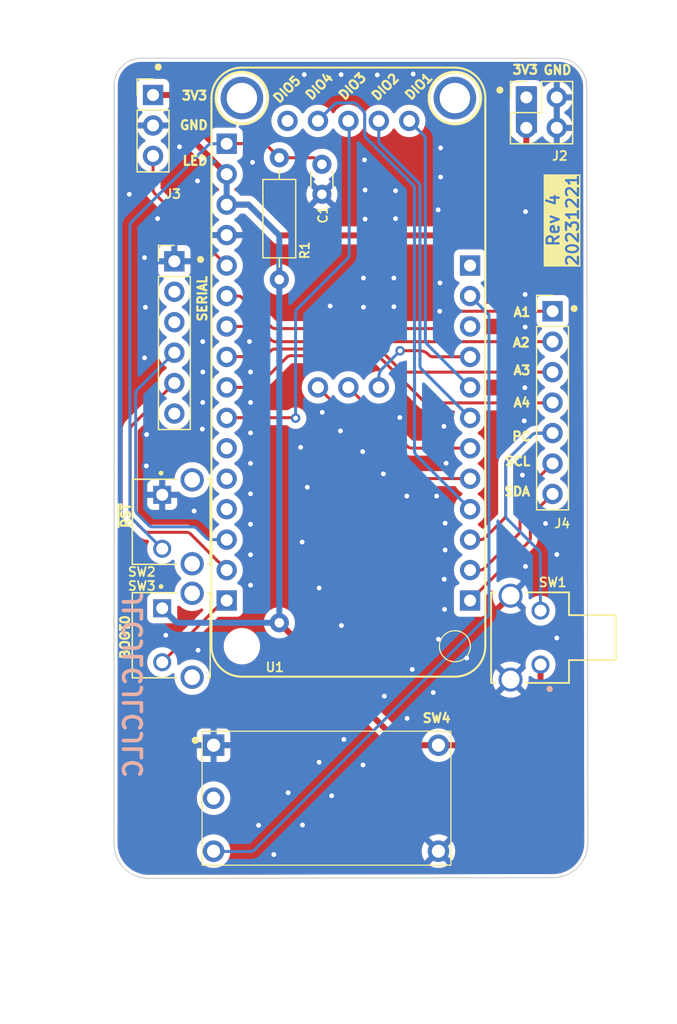
<source format=kicad_pcb>
(kicad_pcb (version 20221018) (generator pcbnew)
  (layers (0 "F.Cu" signal) (31 "B.Cu" signal) (34 "B.Paste" user) (35 "F.Paste" user) (36 "B.SilkS" user "B.Silkscreen") (37 "F.SilkS" user "F.Silkscreen") (38 "B.Mask" user) (39 "F.Mask" user) (44 "Edge.Cuts" user))
  (net 0 "")
  (net 1 "GND")
  (net 2 "3V3")
  (net 3 "SCK")
  (net 4 "MOSI")
  (net 5 "MISO")
  (net 6 "FEATHER_UART_TX")
  (net 7 "FEATHER_UART_RX")
  (net 8 "RFM_~{IRQ}")
  (net 9 "RFM_DIO3")
  (net 10 "RFM_DIO5")
  (net 11 "RFM_DIO4")
  (net 12 "RFM_~{CS}")
  (net 13 "RFM_~{RST}")
  (net 14 "RFM_DIO2")
  (net 15 "RFM_DIO1")
  (net 16 "FEATHER_BOOT0")
  (net 17 "FEATHER_~{RST}")
  (net 18 "VUSB")
  (net 19 "FEATHER_SDA")
  (net 20 "FEATHER_SCL")
  (net 25 "A0")
  (net 26 "A1")
  (net 27 "A2")
  (net 28 "A3")
  (net 29 "A4")
  (net 30 "PC_BUTTON")
  (net 31 "REG3V3_EN")
  (net 32 "VBAT")
  (footprint "Connector_PinHeader_2.54mm:PinHeader_2x02_P2.54mm_Vertical" (layer "F.Cu") (at 78.7858 120.6958)
    (fp_text reference "J2" (at 2.799 4.8818) (layer "F.SilkS") (effects (font (size 0.75 0.75))))
    (fp_text value "Conn_02x02_Odd_Even" hide)
    (fp_line (start -1.33 -1.33) (end 0 -1.33) (stroke (width 0.12)) (layer "F.SilkS"))
    (fp_line (start -1.33 0) (end -1.33 -1.33) (stroke (width 0.12)) (layer "F.SilkS"))
    (fp_line (start -1.33 1.27) (end -1.33 3.87) (stroke (width 0.12)) (layer "F.SilkS"))
    (fp_line (start -1.33 1.27) (end 1.27 1.27) (stroke (width 0.12)) (layer "F.SilkS"))
    (fp_line (start -1.33 3.87) (end 3.87 3.87) (stroke (width 0.12)) (layer "F.SilkS"))
    (fp_line (start 1.27 -1.33) (end 3.87 -1.33) (stroke (width 0.12)) (layer "F.SilkS"))
    (fp_line (start 1.27 1.27) (end 1.27 -1.33) (stroke (width 0.12)) (layer "F.SilkS"))
    (fp_line (start 3.87 -1.33) (end 3.87 3.87) (stroke (width 0.12)) (layer "F.SilkS"))
    (pad "1" thru_hole rect (at 0 0) (size 1.7 1.7) (drill 1) (layers "*.Cu" "*.Mask") (net 2 "3V3"))
    (pad "2" thru_hole oval (at 2.54 0) (size 1.7 1.7) (drill 1) (layers "*.Cu" "*.Mask") (net 1 "GND"))
    (pad "3" thru_hole oval (at 0 2.54) (size 1.7 1.7) (drill 1) (layers "*.Cu" "*.Mask") (net 2 "3V3"))
    (pad "4" thru_hole oval (at 2.54 2.54) (size 1.7 1.7) (drill 1) (layers "*.Cu" "*.Mask") (net 1 "GND"))
  )
  (footprint "Footprints:PinHeader_1x03_P2.54mm_Vertical" (layer "F.Cu") (at 47.625 120.4976)
    (fp_text reference "J3" (at 1.6764 8.255) (layer "F.SilkS") (effects (font (size 0.75 0.75))))
    (fp_text value "Conn_01x03" hide)
    (fp_line (start -1.33 -1.33) (end 0 -1.33) (stroke (width 0.12)) (layer "F.SilkS"))
    (fp_line (start -1.33 0) (end -1.33 -1.33) (stroke (width 0.12)) (layer "F.SilkS"))
    (fp_line (start -1.33 1.27) (end -1.33 6.41) (stroke (width 0.12)) (layer "F.SilkS"))
    (fp_line (start -1.33 1.27) (end 1.33 1.27) (stroke (width 0.12)) (layer "F.SilkS"))
    (fp_line (start -1.33 6.41) (end 1.33 6.41) (stroke (width 0.12)) (layer "F.SilkS"))
    (fp_line (start 1.33 1.27) (end 1.33 6.41) (stroke (width 0.12)) (layer "F.SilkS"))
    (pad "1" thru_hole rect (at 0 0) (size 1.7 1.7) (drill 1) (layers "*.Cu" "*.Mask") (net 2 "3V3"))
    (pad "2" thru_hole oval (at 0 2.54) (size 1.7 1.7) (drill 1) (layers "*.Cu" "*.Mask") (net 1 "GND"))
    (pad "3" thru_hole oval (at 0 5.08) (size 1.7 1.7) (drill 1) (layers "*.Cu" "*.Mask") (net 25 "A0"))
  )
  (footprint "Footprints:SW_TL1105MF160Q" (layer "F.Cu") (at 48.3896 156.0936 -90)
    (fp_text reference "SW2" (at 4.1804 1.7044) (layer "F.SilkS") (effects (font (size 0.75 0.75))))
    (fp_text value "TL1105MF160Q" hide)
    (fp_line (start -3.55 -4) (end -3.55 -3.8) (stroke (width 0.127)) (layer "F.SilkS"))
    (fp_line (start -3.55 -4) (end 3.55 -4) (stroke (width 0.127)) (layer "F.SilkS"))
    (fp_line (start -3.55 2.5) (end -3.55 -1.2) (stroke (width 0.127)) (layer "F.SilkS"))
    (fp_line (start 3.55 -4) (end 3.55 -3.8) (stroke (width 0.127)) (layer "F.SilkS"))
    (fp_line (start 3.55 2.5) (end -3.55 2.5) (stroke (width 0.127)) (layer "F.SilkS"))
    (fp_line (start 3.55 2.5) (end 3.55 -1.2) (stroke (width 0.127)) (layer "F.SilkS"))
    (fp_circle (center -4.064 0.1) (end -3.964 0.1) (stroke (width 0.2)) (fill none) (layer "F.SilkS"))
    (pad "1" thru_hole rect (at -2.25 0 270) (size 1.508 1.508) (drill 1) (layers "*.Cu" "*.Mask") (net 1 "GND"))
    (pad "2" thru_hole circle (at 2.25 0 270) (size 1.508 1.508) (drill 1) (layers "*.Cu" "*.Mask") (net 17 "FEATHER_~{RST}"))
    (pad "SH1" thru_hole circle (at -3.5 -2.5 270) (size 1.95 1.95) (drill 1.3) (layers "*.Cu" "*.Mask"))
    (pad "SH2" thru_hole circle (at 3.5 -2.5 270) (size 1.95 1.95) (drill 1.3) (layers "*.Cu" "*.Mask"))
  )
  (footprint "Footprints:SW_B3F-3150_OMR" (layer "F.Cu") (at 79.97 168.0052 90)
    (fp_text reference "SW1" (at 6.858 1.016 unlocked) (layer "F.SilkS") (effects (font (size 0.75 0.75))))
    (fp_text value "B3F-3152" hide)
    (fp_circle (center -2.032 0.762) (end -1.905 0.762) (stroke (width 0.254)) (fill none) (layer "B.SilkS"))
    (fp_line (start -1.527 -4.12706) (end 6.027001 -4.12706) (stroke (width 0.1524)) (layer "F.SilkS"))
    (fp_line (start -1.527 -3.807788) (end -1.527 -4.12706) (stroke (width 0.1524)) (layer "F.SilkS"))
    (fp_line (start -1.527 2.37694) (end -1.527 -1.192212) (stroke (width 0.1524)) (layer "F.SilkS"))
    (fp_line (start 0.373 2.37694) (end -1.527 2.37694) (stroke (width 0.1524)) (layer "F.SilkS"))
    (fp_line (start 0.373 6.276941) (end 0.373 2.37694) (stroke (width 0.1524)) (layer "F.SilkS"))
    (fp_line (start 4.127001 2.37694) (end 4.127001 6.276941) (stroke (width 0.1524)) (layer "F.SilkS"))
    (fp_line (start 4.127001 6.276941) (end 0.373 6.276941) (stroke (width 0.1524)) (layer "F.SilkS"))
    (fp_line (start 6.027001 -4.12706) (end 6.027001 -3.807788) (stroke (width 0.1524)) (layer "F.SilkS"))
    (fp_line (start 6.027001 -1.192212) (end 6.027001 2.37694) (stroke (width 0.1524)) (layer "F.SilkS"))
    (fp_line (start 6.027001 2.37694) (end 4.127001 2.37694) (stroke (width 0.1524)) (layer "F.SilkS"))
    (fp_circle (center -2.032 0.762) (end -1.905 0.762) (stroke (width 0.254)) (fill none) (layer "F.SilkS"))
    (pad "1" thru_hole circle (at 0 0 90) (size 1.507998 1.507998) (drill 0.999998) (layers "*.Cu" "*.Mask") (net 2 "3V3"))
    (pad "2" thru_hole circle (at 4.500001 0 90) (size 1.507998 1.507998) (drill 0.999998) (layers "*.Cu" "*.Mask") (net 30 "PC_BUTTON"))
    (pad "3" thru_hole circle (at -1.249999 -2.5 90) (size 2.008124 2.008124) (drill 1.500124) (layers "*.Cu" "*.Mask") (net 1 "GND"))
    (pad "4" thru_hole circle (at 5.75 -2.5 90) (size 2.008124 2.008124) (drill 1.500124) (layers "*.Cu" "*.Mask") (net 1 "GND"))
  )
  (footprint "Footprints:C_Disc_D3.0mm_W1.6mm_P2.50mm" (layer "F.Cu") (at 61.722 126.278 -90)
    (fp_text reference "C1" (at 4.1994 -0.085 -90) (layer "F.SilkS") (effects (font (size 0.75 0.75))))
    (fp_text value "0.1uF")
    (fp_line (start 0.621 -0.92) (end 1.879 -0.92) (stroke (width 0.12)) (layer "F.SilkS"))
    (fp_line (start 0.621 0.92) (end 1.879 0.92) (stroke (width 0.12)) (layer "F.SilkS"))
    (pad "1" thru_hole circle (at 0 0 270) (size 1.6 1.6) (drill 0.8) (layers "*.Cu" "*.Mask") (net 17 "FEATHER_~{RST}"))
    (pad "2" thru_hole circle (at 2.5 0 270) (size 1.6 1.6) (drill 0.8) (layers "*.Cu" "*.Mask") (net 1 "GND"))
  )
  (footprint "Footprints:SW_TL1105MF160Q" (layer "F.Cu") (at 48.3896 165.5572 -90)
    (fp_text reference "SW3" (at -4.1148 1.7044) (layer "F.SilkS") (effects (font (size 0.75 0.75))))
    (fp_text value "TL1105MF160Q" hide)
    (fp_line (start -3.55 -4) (end -3.55 -3.8) (stroke (width 0.127)) (layer "F.SilkS"))
    (fp_line (start -3.55 -4) (end 3.55 -4) (stroke (width 0.127)) (layer "F.SilkS"))
    (fp_line (start -3.55 2.5) (end -3.55 -1.2) (stroke (width 0.127)) (layer "F.SilkS"))
    (fp_line (start 3.55 -4) (end 3.55 -3.8) (stroke (width 0.127)) (layer "F.SilkS"))
    (fp_line (start 3.55 2.5) (end -3.55 2.5) (stroke (width 0.127)) (layer "F.SilkS"))
    (fp_line (start 3.55 2.5) (end 3.55 -1.2) (stroke (width 0.127)) (layer "F.SilkS"))
    (fp_circle (center -4.064 0.1) (end -3.964 0.1) (stroke (width 0.2)) (fill none) (layer "F.SilkS"))
    (pad "1" thru_hole rect (at -2.25 0 270) (size 1.508 1.508) (drill 1) (layers "*.Cu" "*.Mask") (net 2 "3V3"))
    (pad "2" thru_hole circle (at 2.25 0 270) (size 1.508 1.508) (drill 1) (layers "*.Cu" "*.Mask") (net 16 "FEATHER_BOOT0"))
    (pad "SH1" thru_hole circle (at -3.5 -2.5 270) (size 1.95 1.95) (drill 1.3) (layers "*.Cu" "*.Mask"))
    (pad "SH2" thru_hole circle (at 3.5 -2.5 270) (size 1.95 1.95) (drill 1.3) (layers "*.Cu" "*.Mask"))
  )
  (footprint "Footprints:ELUMEETHQ7C22" (layer "F.Cu") (at 80.6172 158.8266 180)
    (fp_text reference "SW4" (at 9.3194 -13.6394) (layer "F.SilkS") (effects (font (size 0.75 0.75) (thickness 0.1875))))
    (fp_text value "ELUMEETHQ7C22" hide)
    (fp_rect (start 8.128 -25.908) (end 28.9 -14.732) (stroke (width 0.1)) (fill none) (layer "F.SilkS"))
    (fp_circle (center 29.464 -15.494) (end 29.664 -15.494) (stroke (width 0.2)) (fill solid) (layer "F.SilkS"))
    (pad "1" thru_hole rect (at 27.94 -15.9 180) (size 1.8 1.8) (drill 1.1) (layers "*.Cu" "*.Mask") (net 1 "GND"))
    (pad "2" thru_hole circle (at 27.94 -20.32 180) (size 1.8 1.8) (drill 1.1) (layers "*.Cu" "*.Mask"))
    (pad "3" thru_hole circle (at 27.94 -24.74 180) (size 1.8 1.8) (drill 1.1) (layers "*.Cu" "*.Mask") (net 31 "REG3V3_EN"))
    (pad "4" thru_hole circle (at 9.167 -24.74 180) (size 1.8 1.8) (drill 1.1) (layers "*.Cu" "*.Mask") (net 1 "GND"))
    (pad "5" thru_hole circle (at 9.167 -15.9 180) (size 1.8 1.8) (drill 1.1) (layers "*.Cu" "*.Mask") (net 2 "3V3"))
  )
  (footprint "Footprints:PinHeader_1x06_P2.54mm_Vertical" (layer "F.Cu") (at 49.403 134.366)
    (fp_text reference "J1" hide)
    (fp_text value "Conn_01x06" hide)
    (fp_line (start -1.33 -1.33) (end 0 -1.33) (stroke (width 0.12)) (layer "F.SilkS"))
    (fp_line (start -1.33 0) (end -1.33 -1.33) (stroke (width 0.12)) (layer "F.SilkS"))
    (fp_line (start -1.33 1.27) (end -1.33 14.03) (stroke (width 0.12)) (layer "F.SilkS"))
    (fp_line (start -1.33 1.27) (end 1.33 1.27) (stroke (width 0.12)) (layer "F.SilkS"))
    (fp_line (start -1.33 14.03) (end 1.33 14.03) (stroke (width 0.12)) (layer "F.SilkS"))
    (fp_line (start 1.33 1.27) (end 1.33 14.03) (stroke (width 0.12)) (layer "F.SilkS"))
    (pad "1" thru_hole rect (at 0 0) (size 1.7 1.7) (drill 1) (layers "*.Cu" "*.Mask") (net 1 "GND"))
    (pad "2" thru_hole oval (at 0 2.54) (size 1.7 1.7) (drill 1) (layers "*.Cu" "*.Mask"))
    (pad "3" thru_hole oval (at 0 5.08) (size 1.7 1.7) (drill 1) (layers "*.Cu" "*.Mask"))
    (pad "4" thru_hole oval (at 0 7.62) (size 1.7 1.7) (drill 1) (layers "*.Cu" "*.Mask") (net 7 "FEATHER_UART_RX"))
    (pad "5" thru_hole oval (at 0 10.16) (size 1.7 1.7) (drill 1) (layers "*.Cu" "*.Mask") (net 6 "FEATHER_UART_TX"))
    (pad "6" thru_hole oval (at 0 12.7) (size 1.7 1.7) (drill 1) (layers "*.Cu" "*.Mask"))
  )
  (footprint "Footprints:PinHeader_1x07_P2.54mm_Vertical" (layer "F.Cu") (at 80.9752 138.5316)
    (fp_text reference "J4" (at 0.8128 17.7038) (layer "F.SilkS") (effects (font (size 0.75 0.75))))
    (fp_text value "Conn_01x07" hide)
    (fp_line (start -1.33 -1.33) (end 0 -1.33) (stroke (width 0.12)) (layer "F.SilkS"))
    (fp_line (start -1.33 0) (end -1.33 -1.33) (stroke (width 0.12)) (layer "F.SilkS"))
    (fp_line (start -1.33 1.27) (end -1.33 16.57) (stroke (width 0.12)) (layer "F.SilkS"))
    (fp_line (start -1.33 1.27) (end 1.33 1.27) (stroke (width 0.12)) (layer "F.SilkS"))
    (fp_line (start -1.33 16.57) (end 1.33 16.57) (stroke (width 0.12)) (layer "F.SilkS"))
    (fp_line (start 1.33 1.27) (end 1.33 16.57) (stroke (width 0.12)) (layer "F.SilkS"))
    (pad "1" thru_hole rect (at 0 0) (size 1.7 1.7) (drill 1) (layers "*.Cu" "*.Mask") (net 26 "A1"))
    (pad "2" thru_hole oval (at 0 2.54) (size 1.7 1.7) (drill 1) (layers "*.Cu" "*.Mask") (net 27 "A2"))
    (pad "3" thru_hole oval (at 0 5.08) (size 1.7 1.7) (drill 1) (layers "*.Cu" "*.Mask") (net 28 "A3"))
    (pad "4" thru_hole oval (at 0 7.62) (size 1.7 1.7) (drill 1) (layers "*.Cu" "*.Mask") (net 29 "A4"))
    (pad "5" thru_hole oval (at 0 10.16) (size 1.7 1.7) (drill 1) (layers "*.Cu" "*.Mask") (net 30 "PC_BUTTON"))
    (pad "6" thru_hole oval (at 0 12.7) (size 1.7 1.7) (drill 1) (layers "*.Cu" "*.Mask") (net 20 "FEATHER_SCL"))
    (pad "7" thru_hole oval (at 0 15.24) (size 1.7 1.7) (drill 1) (layers "*.Cu" "*.Mask") (net 19 "FEATHER_SDA"))
  )
  (footprint "Footprints:R_Axial_DIN0207_L6.3mm_D2.5mm_P10.16mm_Horizontal" (layer "F.Cu") (at 58.166 135.89 90)
    (fp_text reference "R1" (at 1.605 2.125 90) (layer "F.SilkS") (effects (font (size 0.75 0.75)) (justify left)))
    (fp_text value "10k")
    (fp_line (start 1.04 0) (end 1.81 0) (stroke (width 0.12)) (layer "F.SilkS"))
    (fp_line (start 1.81 -1.37) (end 1.81 1.37) (stroke (width 0.12)) (layer "F.SilkS"))
    (fp_line (start 1.81 1.37) (end 8.35 1.37) (stroke (width 0.12)) (layer "F.SilkS"))
    (fp_line (start 8.35 -1.37) (end 1.81 -1.37) (stroke (width 0.12)) (layer "F.SilkS"))
    (fp_line (start 8.35 1.37) (end 8.35 -1.37) (stroke (width 0.12)) (layer "F.SilkS"))
    (fp_line (start 9.12 0) (end 8.35 0) (stroke (width 0.12)) (layer "F.SilkS"))
    (pad "1" thru_hole circle (at 0 0 90) (size 1.6 1.6) (drill 0.8) (layers "*.Cu" "*.Mask") (net 2 "3V3"))
    (pad "2" thru_hole oval (at 10.16 0 90) (size 1.6 1.6) (drill 0.8) (layers "*.Cu" "*.Mask") (net 17 "FEATHER_~{RST}"))
  )
  (footprint "Footprints:Radio_FeatherWing_16x12+5+3" (layer "F.Cu") (at 63.9318 143.6116)
    (fp_text reference "U1" (at -6.1468 24.6126 unlocked) (layer "F.SilkS") (effects (font (size 0.75 0.75))))
    (fp_text value "LoRa Radio FeatherWing")
    (fp_line (start -11.43 -22.86) (end -11.43 22.86) (stroke (width 0.1778)) (layer "F.SilkS"))
    (fp_line (start -8.89 -25.4) (end 8.89 -25.4) (stroke (width 0.1778)) (layer "F.SilkS"))
    (fp_line (start 8.89 25.4) (end -8.89 25.4) (stroke (width 0.1778)) (layer "F.SilkS"))
    (fp_line (start 11.43 -22.86) (end 11.43 22.86) (stroke (width 0.1778)) (layer "F.SilkS"))
    (fp_arc (start -11.43 -22.86) (mid -10.686051 -24.656051) (end -8.89 -25.4) (stroke (width 0.1778)) (layer "F.SilkS"))
    (fp_arc (start -8.89 25.4) (mid -10.686051 24.656051) (end -11.43 22.86) (stroke (width 0.1778)) (layer "F.SilkS"))
    (fp_arc (start 8.89 -25.4) (mid 10.686051 -24.656051) (end 11.43 -22.86) (stroke (width 0.1778)) (layer "F.SilkS"))
    (fp_arc (start 11.43 22.86) (mid 10.686051 24.656051) (end 8.89 25.4) (stroke (width 0.1778)) (layer "F.SilkS"))
    (fp_circle (center -8.89 -22.86) (end -6.731 -22.86) (stroke (width 0.2032)) (fill none) (layer "F.SilkS"))
    (fp_circle (center 8.89 -22.86) (end 11.049 -22.86) (stroke (width 0.2032)) (fill none) (layer "F.SilkS"))
    (fp_circle (center 8.89 22.86) (end 9.144 24.13) (stroke (width 0.1)) (fill none) (layer "F.SilkS"))
    (pad "" thru_hole circle (at -8.89 -22.86) (size 3.556 3.556) (drill 2.54) (layers "*.Cu" "*.Mask"))
    (pad "" np_thru_hole circle (at -8.89 22.86) (size 2.54 2.54) (drill 2.54) (layers "F&B.Cu" "*.Mask"))
    (pad "" thru_hole circle (at 8.89 -22.86) (size 3.556 3.556) (drill 2.54) (layers "*.Cu" "*.Mask"))
    (pad "1" thru_hole rect (at -10.16 -19.05) (size 1.7 1.7) (drill 1) (layers "*.Cu" "*.Mask") (net 17 "FEATHER_~{RST}"))
    (pad "2" thru_hole oval (at -10.16 -16.51) (size 1.7 1.7) (drill 1) (layers "*.Cu" "*.Mask") (net 2 "3V3"))
    (pad "3" thru_hole oval (at -10.16 -13.97) (size 1.7 1.7) (drill 1) (layers "*.Cu" "*.Mask") (net 2 "3V3"))
    (pad "4" thru_hole oval (at -10.16 -11.43) (size 1.7 1.7) (drill 1) (layers "*.Cu" "*.Mask") (net 1 "GND"))
    (pad "5" thru_hole oval (at -10.16 -8.89) (size 1.7 1.7) (drill 1) (layers "*.Cu" "*.Mask") (net 25 "A0"))
    (pad "6" thru_hole oval (at -10.16 -6.35) (size 1.7 1.7) (drill 1) (layers "*.Cu" "*.Mask") (net 26 "A1"))
    (pad "7" thru_hole oval (at -10.16 -3.81) (size 1.7 1.7) (drill 1) (layers "*.Cu" "*.Mask") (net 27 "A2"))
    (pad "8" thru_hole oval (at -10.16 -1.27) (size 1.7 1.7) (drill 1) (layers "*.Cu" "*.Mask") (net 28 "A3"))
    (pad "9" thru_hole oval (at -10.16 1.27) (size 1.7 1.7) (drill 1) (layers "*.Cu" "*.Mask") (net 29 "A4"))
    (pad "10" thru_hole oval (at -10.16 3.81) (size 1.7 1.7) (drill 1) (layers "*.Cu" "*.Mask") (net 9 "RFM_DIO3"))
    (pad "11" thru_hole oval (at -10.16 6.35) (size 1.7 1.7) (drill 1) (layers "*.Cu" "*.Mask") (net 3 "SCK"))
    (pad "12" thru_hole oval (at -10.16 8.89) (size 1.7 1.7) (drill 1) (layers "*.Cu" "*.Mask") (net 4 "MOSI"))
    (pad "13" thru_hole oval (at -10.16 11.43) (size 1.7 1.7) (drill 1) (layers "*.Cu" "*.Mask") (net 5 "MISO"))
    (pad "14" thru_hole oval (at -10.16 13.97) (size 1.7 1.7) (drill 1) (layers "*.Cu" "*.Mask") (net 7 "FEATHER_UART_RX"))
    (pad "15" thru_hole oval (at -10.16 16.51) (size 1.7 1.7) (drill 1) (layers "*.Cu" "*.Mask") (net 6 "FEATHER_UART_TX"))
    (pad "16" thru_hole rect (at -10.16 19.05) (size 1.7 1.7) (drill 1) (layers "*.Cu" "*.Mask") (net 16 "FEATHER_BOOT0"))
    (pad "17" thru_hole rect (at 10.16 19.05) (size 1.7 1.7) (drill 1) (layers "*.Cu" "*.Mask") (net 19 "FEATHER_SDA"))
    (pad "18" thru_hole oval (at 10.16 16.51) (size 1.7 1.7) (drill 1) (layers "*.Cu" "*.Mask") (net 20 "FEATHER_SCL"))
    (pad "19" thru_hole oval (at 10.16 13.97) (size 1.7 1.7) (drill 1) (layers "*.Cu" "*.Mask") (net 30 "PC_BUTTON"))
    (pad "20" thru_hole oval (at 10.16 11.43) (size 1.7 1.7) (drill 1) (layers "*.Cu" "*.Mask") (net 11 "RFM_DIO4"))
    (pad "21" thru_hole oval (at 10.16 8.89) (size 1.7 1.7) (drill 1) (layers "*.Cu" "*.Mask") (net 13 "RFM_~{RST}"))
    (pad "22" thru_hole oval (at 10.16 6.35) (size 1.7 1.7) (drill 1) (layers "*.Cu" "*.Mask") (net 12 "RFM_~{CS}"))
    (pad "23" thru_hole oval (at 10.16 3.81) (size 1.7 1.7) (drill 1) (layers "*.Cu" "*.Mask") (net 14 "RFM_DIO2"))
    (pad "24" thru_hole oval (at 10.16 1.27) (size 1.7 1.7) (drill 1) (layers "*.Cu" "*.Mask") (net 15 "RFM_DIO1"))
    (pad "25" thru_hole oval (at 10.16 -1.27) (size 1.7 1.7) (drill 1) (layers "*.Cu" "*.Mask") (net 8 "RFM_~{IRQ}"))
    (pad "26" thru_hole oval (at 10.16 -3.81) (size 1.7 1.7) (drill 1) (layers "*.Cu" "*.Mask") (net 18 "VUSB"))
    (pad "27" thru_hole oval (at 10.16 -6.35) (size 1.7 1.7) (drill 1) (layers "*.Cu" "*.Mask") (net 31 "REG3V3_EN"))
    (pad "28" thru_hole rect (at 10.16 -8.89) (size 1.7 1.7) (drill 1) (layers "*.Cu" "*.Mask") (net 32 "VBAT"))
    (pad "29" thru_hole oval (at 5.08 -20.955 270) (size 1.7 1.7) (drill 1) (layers "*.Cu" "*.Mask") (net 15 "RFM_DIO1"))
    (pad "30" thru_hole oval (at 2.54 -20.955 270) (size 1.7 1.7) (drill 1) (layers "*.Cu" "*.Mask") (net 14 "RFM_DIO2"))
    (pad "31" thru_hole oval (at 0 -20.955 270) (size 1.7 1.7) (drill 1) (layers "*.Cu" "*.Mask") (net 9 "RFM_DIO3"))
    (pad "32" thru_hole oval (at -2.54 -20.955 270) (size 1.7 1.7) (drill 1) (layers "*.Cu" "*.Mask") (net 11 "RFM_DIO4"))
    (pad "33" thru_hole oval (at -5.08 -20.955 270) (size 1.7 1.7) (drill 1) (layers "*.Cu" "*.Mask") (net 10 "RFM_DIO5"))
    (pad "34" thru_hole circle (at 2.54 1.27) (size 1.7 1.7) (drill 1) (layers "*.Cu" "*.Mask") (net 8 "RFM_~{IRQ}"))
    (pad "35" thru_hole circle (at 0 1.27) (size 1.7 1.7) (drill 1) (layers "*.Cu" "*.Mask") (net 12 "RFM_~{CS}"))
    (pad "36" thru_hole circle (at -2.54 1.27) (size 1.7 1.7) (drill 1) (layers "*.Cu" "*.Mask") (net 13 "RFM_~{RST}"))
  )
  (footprint "Footprints:FOAM-Logo-Plus-Text" (layer "F.Cu") (at 47.7774 182.5752 90)
    (fp_text reference "REF**" hide)
    (fp_text value "FOAM-Logo-Plus-Text" hide)
  )
  (gr_circle (center 76.576 120.0862) (end 76.7538 120.2132) (stroke (width 0.15)) (fill solid) (layer "F.SilkS"))
  (gr_circle (center 48.0568 118.1608) (end 48.2488 118.2646) (stroke (width 0.15)) (fill solid) (layer "F.SilkS"))
  (gr_circle (center 51.5874 134.2136) (end 51.7794 134.3174) (stroke (width 0.15)) (fill solid) (layer "F.SilkS"))
  (gr_circle (center 82.7786 138.303) (end 82.9564 138.43) (stroke (width 0.15)) (fill solid) (layer "F.SilkS"))
  (gr_line (start 44.362979 182.889212) (end 44.383689 119.669503) (stroke (width 0.1)) (layer "Edge.Cuts"))
  (gr_arc (start 44.383689 119.669503) (mid 45.05 118.077264) (end 46.651656 117.433918) (stroke (width 0.1)) (layer "Edge.Cuts"))
  (gr_line (start 80.983773 185.77061) (end 47.2694 185.837518) (stroke (width 0.1)) (layer "Edge.Cuts"))
  (gr_line (start 46.651656 117.433918) (end 81.423101 117.434595) (stroke (width 0.1)) (layer "Edge.Cuts"))
  (gr_line (start 83.82 119.8372) (end 83.920802 182.875306) (stroke (width 0.1)) (layer "Edge.Cuts"))
  (gr_arc (start 81.423101 117.434595) (mid 83.135357 118.123311) (end 83.82 119.8372) (stroke (width 0.1)) (layer "Edge.Cuts"))
  (gr_arc (start 83.920802 182.875306) (mid 83.058 184.9374) (end 80.983773 185.77061) (stroke (width 0.1)) (layer "Edge.Cuts"))
  (gr_arc (start 47.2694 185.837518) (mid 45.199389 184.971403) (end 44.36298 182.889212) (stroke (width 0.1)) (layer "Edge.Cuts"))
  (gr_text "JLCJLCJLCJLC" (at 45.974 169.6974 90) (layer "B.SilkS") (effects (font (size 1.5 1.5) (thickness 0.3)) (justify mirror)))
  (gr_text "GND" (at 52.2986 123.0122) (layer "F.SilkS") (effects (font (size 0.75 0.75) (thickness 0.1875) bold) (justify right)))
  (gr_text "~{RST}" (at 45.3644 155.575 90) (layer "F.SilkS") (effects (font (size 0.75 0.75) (thickness 0.1875) bold)))
  (gr_text "DIO5" (at 59.817 119.0244 45) (layer "F.SilkS") (effects (font (size 0.75 0.75) (thickness 0.1875) bold) (justify right)))
  (gr_text "LED" (at 52.2732 125.984) (layer "F.SilkS") (effects (font (size 0.75 0.75) (thickness 0.1875) bold) (justify right)))
  (gr_text "DIO3" (at 65.278 118.7704 45) (layer "F.SilkS") (effects (font (size 0.75 0.75) (thickness 0.1875) bold) (justify right)))
  (gr_text "PC" (at 79.248 148.971) (layer "F.SilkS") (effects (font (size 0.75 0.75) (thickness 0.1875) bold) (justify right)))
  (gr_text "A1" (at 79.2226 138.6078) (layer "F.SilkS") (effects (font (size 0.75 0.75) (thickness 0.1875) bold) (justify right)))
  (gr_text "SERIAL" (at 51.7398 137.4902 90) (layer "F.SilkS") (effects (font (size 0.75 0.75) (thickness 0.1875) bold)))
  (gr_text "3V3" (at 52.2478 120.5484) (layer "F.SilkS") (effects (font (size 0.75 0.75) (thickness 0.1875) bold) (justify right)))
  (gr_text "SDA" (at 79.1972 153.5684) (layer "F.SilkS") (effects (font (size 0.75 0.75) (thickness 0.1875) bold) (justify right)))
  (gr_text locked "BOOT0" (at 45.2882 165.7096 90) (layer "F.SilkS") (effects (font (size 0.75 0.75) (thickness 0.1875) bold)))
  (gr_text "A2" (at 79.1718 141.1478) (layer "F.SilkS") (effects (font (size 0.75 0.75) (thickness 0.1875) bold) (justify right)))
  (gr_text "DIO4" (at 62.5094 118.7704 45) (layer "F.SilkS") (effects (font (size 0.75 0.75) (thickness 0.1875) bold) (justify right)))
  (gr_text "SCL" (at 79.2226 151.0538) (layer "F.SilkS") (effects (font (size 0.75 0.75) (thickness 0.1875) bold) (justify right)))
  (gr_text "DIO1" (at 70.8152 118.7704 45) (layer "F.SilkS") (effects (font (size 0.75 0.75) (thickness 0.1875) bold) (justify right)))
  (gr_text "Rev 4\n20231221" (at 81.8388 130.937 90) (layer "F.SilkS" knockout) (effects (font (size 1 1) (thickness 0.1875) bold)))
  (gr_text "GND" (at 82.6516 118.4148) (layer "F.SilkS") (effects (font (size 0.75 0.75) (thickness 0.1875) bold) (justify right)))
  (gr_text "A3" (at 79.2226 143.4592) (layer "F.SilkS") (effects (font (size 0.75 0.75) (thickness 0.1875) bold) (justify right)))
  (gr_text "A4" (at 79.2226 146.1516) (layer "F.SilkS") (effects (font (size 0.75 0.75) (thickness 0.1875) bold) (justify right)))
  (gr_text "DIO2" (at 68.0212 118.8212 45) (layer "F.SilkS") (effects (font (size 0.75 0.75) (thickness 0.1875) bold) (justify right)))
  (gr_text "3V3" (at 79.8576 118.3894) (layer "F.SilkS") (effects (font (size 0.75 0.75) (thickness 0.1875) bold) (justify right)))
  (via (at 71.4248 130.0734) (size 0.8) (drill 0.4) (layers "F.Cu" "B.Cu") (net 1))
  (via (at 71.9582 163.3982) (size 0.8) (drill 0.4) (layers "F.Cu" "B.Cu") (net 1))
  (via (at 65.19 135.763) (size 0.8) (drill 0.4) (layers "F.Cu" "B.Cu") (net 1))
  (via (at 48.006 130.81) (size 0.8) (drill 0.4) (layers "F.Cu" "B.Cu") (net 1))
  (via (at 62.4078 138.0998) (size 0.8) (drill 0.4) (layers "F.Cu" "B.Cu") (net 1))
  (via (at 55.765 153.76) (size 0.8) (drill 0.4) (layers "F.Cu" "B.Cu") (net 1))
  (via (at 51.775 146.14) (size 0.8) (drill 0.4) (layers "F.Cu" "B.Cu") (net 1))
  (via (at 68.8086 153.9494) (size 0.8) (drill 0.4) (layers "F.Cu" "B.Cu") (net 1))
  (via (at 56.4388 181.4068) (size 0.8) (drill 0.4) (layers "F.Cu" "B.Cu") (net 1))
  (via (at 59.944 149.8854) (size 0.8) (drill 0.4) (layers "F.Cu" "B.Cu") (net 1))
  (via (at 71.4502 165.8874) (size 0.8) (drill 0.4) (layers "F.Cu" "B.Cu") (net 1))
  (via (at 78.7146 159.8168) (size 0.8) (drill 0.4) (layers "F.Cu" "B.Cu") (net 1))
  (via (at 46.9138 142.4178) (size 0.8) (drill 0.4) (layers "F.Cu" "B.Cu") (net 1))
  (via (at 46.99 138.2014) (size 0.8) (drill 0.4) (layers "F.Cu" "B.Cu") (net 1))
  (via (at 78.6892 137.1346) (size 0.8) (drill 0.4) (layers "F.Cu" "B.Cu") (net 1))
  (via (at 72.095 151.21) (size 0.8) (drill 0.4) (layers "F.Cu" "B.Cu") (net 1))
  (via (at 65.278 125.9078) (size 0.8) (drill 0.4) (layers "F.Cu" "B.Cu") (net 1))
  (via (at 55.9308 126.111) (size 0.8) (drill 0.4) (layers "F.Cu" "B.Cu") (net 1))
  (via (at 71.9328 160.8836) (size 0.8) (drill 0.4) (layers "F.Cu" "B.Cu") (net 1))
  (via (at 49.8348 124.8156) (size 0.8) (drill 0.4) (layers "F.Cu" "B.Cu") (net 1))
  (via (at 66.3448 118.8212) (size 0.8) (drill 0.4) (layers "F.Cu" "B.Cu") (net 1))
  (via (at 71.0184 170.3324) (size 0.8) (drill 0.4) (layers "F.Cu" "B.Cu") (net 1))
  (via (at 55.765 158.84) (size 0.8) (drill 0.4) (layers "F.Cu" "B.Cu") (net 1))
  (via (at 72.009 158.4452) (size 0.8) (drill 0.4) (layers "F.Cu" "B.Cu") (net 1))
  (via (at 81.3308 165.7858) (size 0.8) (drill 0.4) (layers "F.Cu" "B.Cu") (net 1))
  (via (at 45.6438 128.778) (size 0.8) (drill 0.4) (layers "F.Cu" "B.Cu") (net 1))
  (via (at 65.151 176.3776) (size 0.8) (drill 0.4) (layers "F.Cu" "B.Cu") (net 1))
  (via (at 81.3308 158.8262) (size 0.8) (drill 0.4) (layers "F.Cu" "B.Cu") (net 1))
  (via (at 71.628 124.908) (size 0.8) (drill 0.4) (layers "F.Cu" "B.Cu") (net 1))
  (via (at 51.7398 148.3614) (size 0.8) (drill 0.4) (layers "F.Cu" "B.Cu") (net 1))
  (via (at 63.2714 148.5138) (size 0.8) (drill 0.4) (layers "F.Cu" "B.Cu") (net 1))
  (via (at 71.628 127.338) (size 0.8) (drill 0.4) (layers "F.Cu" "B.Cu") (net 1))
  (via (at 67.73 135.763) (size 0.8) (drill 0.4) (layers "F.Cu" "B.Cu") (net 1))
  (via (at 78.4606 152.1968) (size 0.8) (drill 0.4) (layers "F.Cu" "B.Cu") (net 1))
  (via (at 60.0964 181.3814) (size 0.8) (drill 0.4) (layers "F.Cu" "B.Cu") (net 1))
  (via (at 63.3476 164.7444) (size 0.8) (drill 0.4) (layers "F.Cu" "B.Cu") (net 1))
  (via (at 66.8528 152.0952) (size 0.8) (drill 0.4) (layers "F.Cu" "B.Cu") (net 1))
  (via (at 46.9138 134.0612) (size 0.8) (drill 0.4) (layers "F.Cu" "B.Cu") (net 1))
  (via (at 60.2488 118.7958) (size 0.8) (drill 0.4) (layers "F.Cu" "B.Cu") (net 1))
  (via (at 73.8124 167.4622) (size 0.8) (drill 0.4) (layers "F.Cu" "B.Cu") (net 1))
  (via (at 62.5348 178.943) (size 0.8) (drill 0.4) (layers "F.Cu" "B.Cu") (net 1))
  (via (at 55.765 161.38) (size 0.8) (drill 0.4) (layers "F.Cu" "B.Cu") (net 1))
  (via (at 78.6638 144.907) (size 0.8) (drill 0.4) (layers "F.Cu" "B.Cu") (net 1))
  (via (at 71.5772 136.1694) (size 0.8) (drill 0.4) (layers "F.Cu" "B.Cu") (net 1))
  (via (at 51.054 155.194) (size 0.8) (drill 0.4) (layers "F.Cu" "B.Cu") (net 1))
  (via (at 55.765 148.68) (size 0.8) (drill 0.4) (layers "F.Cu" "B.Cu") (net 1))
  (via (at 68.834 172.4914) (size 0.8) (drill 0.4) (layers "F.Cu" "B.Cu") (net 1))
  (via (at 71.2978 153.9494) (size 0.8) (drill 0.4) (layers "F.Cu" "B.Cu") (net 1))
  (via (at 65.3288 128.42) (size 0.8) (drill 0.4) (layers "F.Cu" "B.Cu") (net 1))
  (via (at 48.6918 165.5572) (size 0.8) (drill 0.4) (layers "F.Cu" "B.Cu") (net 1))
  (via (at 72.009 156.21) (size 0.8) (drill 0.4) (layers "F.Cu" "B.Cu") (net 1))
  (via (at 63.3222 118.7958) (size 0.8) (drill 0.4) (layers "F.Cu" "B.Cu") (net 1))
  (via (at 61.4934 176.149) (size 0.8) (drill 0.4) (layers "F.Cu" "B.Cu") (net 1))
  (via (at 51.775 143.6) (size 0.8) (drill 0.4) (layers "F.Cu" "B.Cu") (net 1))
  (via (at 55.765 156.3) (size 0.8) (drill 0.4) (layers "F.Cu" "B.Cu") (net 1))
  (via (at 47.0916 148.8186) (size 0.8) (drill 0.4) (layers "F.Cu" "B.Cu") (net 1))
  (via (at 55.765 151.22) (size 0.8) (drill 0.4) (layers "F.Cu" "B.Cu") (net 1))
  (via (at 67.73 138.153) (size 0.8) (drill 0.4) (layers "F.Cu" "B.Cu") (net 1))
  (via (at 51.775 141.06) (size 0.8) (drill 0.4) (layers "F.Cu" "B.Cu") (net 1))
  (via (at 60.5028 153.2128) (size 0.8) (drill 0.4) (layers "F.Cu" "B.Cu") (net 1))
  (via (at 80.391 156.2354) (size 0.8) (drill 0.4) (layers "F.Cu" "B.Cu") (net 1))
  (via (at 47.0662 151.4348) (size 0.8) (drill 0.4) (layers "F.Cu" "B.Cu") (net 1))
  (via (at 69.2658 168.402) (size 0.8) (drill 0.4) (layers "F.Cu" "B.Cu") (net 1))
  (via (at 65.1256 150.241) (size 0.8) (drill 0.4) (layers "F.Cu" "B.Cu") (net 1))
  (via (at 78.613 147.6756) (size 0.8) (drill 0.4) (layers "F.Cu" "B.Cu") (net 1))
  (via (at 63.5508 174.244) (size 0.8) (drill 0.4) (layers "F.Cu" "B.Cu") (net 1))
  (via (at 65.3288 130.85) (size 0.8) (drill 0.4) (layers "F.Cu" "B.Cu") (net 1))
  (via (at 68.2244 147.3962) (size 0.8) (drill 0.4) (layers "F.Cu" "B.Cu") (net 1))
  (via (at 65.19 138.193) (size 0.8) (drill 0.4) (layers "F.Cu" "B.Cu") (net 1))
  (via (at 69.342 118.745) (size 0.8) (drill 0.4) (layers "F.Cu" "B.Cu") (net 1))
  (via (at 55.675201 141.06) (size 0.8) (drill 0.4) (layers "F.Cu" "B.Cu") (net 1))
  (via (at 58.9026 178.689) (size 0.8) (drill 0.4) (layers "F.Cu" "B.Cu") (net 1))
  (via (at 78.6892 139.8524) (size 0.8) (drill 0.4) (layers "F.Cu" "B.Cu") (net 1))
  (via (at 61.4934 161.6202) (size 0.8) (drill 0.4) (layers "F.Cu" "B.Cu") (net 1))
  (via (at 71.9074 148.1328) (size 0.8) (drill 0.4) (layers "F.Cu" "B.Cu") (net 1))
  (via (at 51.3842 166.8018) (size 0.8) (drill 0.4) (layers "F.Cu" "B.Cu") (net 1))
  (via (at 78.7146 130.2258) (size 0.8) (drill 0.4) (layers "F.Cu" "B.Cu") (net 1))
  (via (at 66.929 170.6372) (size 0.8) (drill 0.4) (layers "F.Cu" "B.Cu") (net 1))
  (via (at 57.7088 183.8452) (size 0.8) (drill 0.4) (layers "F.Cu" "B.Cu") (net 1))
  (via (at 67.8688 128.48) (size 0.8) (drill 0.4) (layers "F.Cu" "B.Cu") (net 1))
  (via (at 71.5518 138.5316) (size 0.8) (drill 0.4) (layers "F.Cu" "B.Cu") (net 1))
  (via (at 61.7474 146.9644) (size 0.8) (drill 0.4) (layers "F.Cu" "B.Cu") (net 1))
  (via (at 51.3334 127.6604) (size 0.8) (drill 0.4) (layers "F.Cu" "B.Cu") (net 1))
  (via (at 60.071 157.7848) (size 0.8) (drill 0.4) (layers "F.Cu" "B.Cu") (net 1))
  (via (at 55.765 146.14) (size 0.8) (drill 0.4) (layers "F.Cu" "B.Cu") (net 1))
  (via (at 67.8688 130.81) (size 0.8) (drill 0.4) (layers "F.Cu" "B.Cu") (net 1))
  (via (at 55.765 143.6) (size 0.8) (drill 0.4) (layers "F.Cu" "B.Cu") (net 1))
  (segment (start 51.0794 121.92) (end 51.0794 124.4092) (width 0.5) (layer "F.Cu") (net 2))
  (segment (start 79.97 168.0052) (end 79.97 170.139893) (width 0.5) (layer "F.Cu") (net 2))
  (segment (start 78.7858 123.2358) (end 78.7858 124.6936) (width 0.5) (layer "F.Cu") (net 2))
  (segment (start 71.2724 132.207) (end 58.166 132.207) (width 0.5) (layer "F.Cu") (net 2))
  (segment (start 75.383293 174.7266) (end 71.4502 174.7266) (width 0.5) (layer "F.Cu") (net 2))
  (segment (start 49.657 120.4976) (end 51.0794 121.92) (width 0.5) (layer "F.Cu") (net 2))
  (segment (start 79.823553 170.493447) (end 75.736846 174.580154) (width 0.5) (layer "F.Cu") (net 2))
  (segment (start 68.230353 174.580153) (end 58.166 164.5158) (width 0.5) (layer "F.Cu") (net 2))
  (segment (start 47.752 120.4976) (end 49.657 120.4976) (width 0.5) (layer "F.Cu") (net 2))
  (segment (start 55.6006 129.6416) (end 53.7718 129.6416) (width 0.5) (layer "F.Cu") (net 2))
  (segment (start 58.166 132.207) (end 55.6006 129.6416) (width 0.5) (layer "F.Cu") (net 2))
  (segment (start 51.0794 124.4092) (end 53.7718 127.1016) (width 0.5) (layer "F.Cu") (net 2))
  (segment (start 71.4502 174.7266) (end 68.583907 174.7266) (width 0.5) (layer "F.Cu") (net 2))
  (segment (start 78.7858 124.6936) (end 71.2724 132.207) (width 0.5) (layer "F.Cu") (net 2))
  (via (at 58.166 164.5158) (size 1.6) (drill 0.8) (layers "F.Cu" "B.Cu") (net 2))
  (arc (start 79.823553 170.493447) (mid 79.93194 170.331235) (end 79.97 170.139893) (width 0.5) (layer "F.Cu") (net 2))
  (arc (start 68.583907 174.7266) (mid 68.392565 174.68854) (end 68.230353 174.580153) (width 0.5) (layer "F.Cu") (net 2))
  (arc (start 75.383293 174.7266) (mid 75.574634 174.68854) (end 75.736846 174.580154) (width 0.5) (layer "F.Cu") (net 2))
  (segment (start 58.166 132.207) (end 55.6006 129.6416) (width 0.5) (layer "B.Cu") (net 2))
  (segment (start 58.166 164.5158) (end 49.805307 164.5158) (width 0.5) (layer "B.Cu") (net 2))
  (segment (start 49.451753 164.369353) (end 48.3896 163.3072) (width 0.5) (layer "B.Cu") (net 2))
  (segment (start 58.166 135.89) (end 58.166 132.207) (width 0.5) (layer "B.Cu") (net 2))
  (segment (start 53.77 127.09) (end 53.77 129.63) (width 0.5) (layer "B.Cu") (net 2))
  (segment (start 55.6006 129.6416) (end 53.7718 129.6416) (width 0.5) (layer "B.Cu") (net 2))
  (segment (start 58.166 164.5158) (end 58.166 135.89) (width 0.5) (layer "B.Cu") (net 2))
  (arc (start 49.805307 164.5158) (mid 49.613965 164.47774) (end 49.451753 164.369353) (width 0.5) (layer "B.Cu") (net 2))
  (segment (start 50.415093 156.972) (end 47.222507 156.972) (width 0.25) (layer "F.Cu") (net 6))
  (segment (start 53.7718 160.1216) (end 50.768646 157.118446) (width 0.25) (layer "F.Cu") (net 6))
  (segment (start 46.868953 156.825553) (end 45.866446 155.823046) (width 0.25) (layer "F.Cu") (net 6))
  (segment (start 45.72 155.469493) (end 45.72 148.416107) (width 0.25) (layer "F.Cu") (net 6))
  (segment (start 45.866447 148.062553) (end 49.403 144.526) (width 0.25) (layer "F.Cu") (net 6))
  (arc (start 50.415093 156.972) (mid 50.606434 157.01006) (end 50.768646 157.118446) (width 0.25) (layer "F.Cu") (net 6))
  (arc (start 45.866446 155.823046) (mid 45.75806 155.660834) (end 45.72 155.469493) (width 0.25) (layer "F.Cu") (net 6))
  (arc (start 47.222507 156.972) (mid 47.031165 156.93394) (end 46.868953 156.825553) (width 0.25) (layer "F.Cu") (net 6))
  (arc (start 45.72 148.416107) (mid 45.75806 148.224765) (end 45.866447 148.062553) (width 0.25) (layer "F.Cu") (net 6))
  (segment (start 52.075953 157.435153) (end 51.302046 156.661246) (width 0.25) (layer "B.Cu") (net 7))
  (segment (start 46.323647 145.065353) (end 49.403 141.986) (width 0.25) (layer "B.Cu") (net 7))
  (segment (start 46.1772 155.088493) (end 46.1772 145.418907) (width 0.25) (layer "B.Cu") (net 7))
  (segment (start 50.948493 156.5148) (end 47.603507 156.5148) (width 0.25) (layer "B.Cu") (net 7))
  (segment (start 47.249953 156.368353) (end 46.323646 155.442046) (width 0.25) (layer "B.Cu") (net 7))
  (segment (start 53.7718 157.5816) (end 52.429507 157.5816) (width 0.25) (layer "B.Cu") (net 7))
  (arc (start 51.302046 156.661246) (mid 51.139834 156.55286) (end 50.948493 156.5148) (width 0.25) (layer "B.Cu") (net 7))
  (arc (start 46.1772 155.088493) (mid 46.21526 155.279834) (end 46.323646 155.442046) (width 0.25) (layer "B.Cu") (net 7))
  (arc (start 52.075953 157.435153) (mid 52.238165 157.54354) (end 52.429507 157.5816) (width 0.25) (layer "B.Cu") (net 7))
  (arc (start 47.603507 156.5148) (mid 47.412165 156.47674) (end 47.249953 156.368353) (width 0.25) (layer "B.Cu") (net 7))
  (arc (start 46.323647 145.065353) (mid 46.21526 145.227565) (end 46.1772 145.418907) (width 0.25) (layer "B.Cu") (net 7))
  (segment (start 69.877286 141.8215) (end 68.2619 141.8215) (width 0.25) (layer "F.Cu") (net 8))
  (segment (start 68.1095 141.8215) (end 68.1216 141.8336) (width 0.25) (layer "F.Cu") (net 8))
  (segment (start 74.09 142.33) (end 71.007107 142.33) (width 0.25) (layer "F.Cu") (net 8))
  (segment (start 68.1216 141.8336) (end 68.2498 141.8336) (width 0.25) (layer "F.Cu") (net 8))
  (segment (start 70.653553 142.183553) (end 70.584393 142.114393) (width 0.25) (layer "F.Cu") (net 8))
  (segment (start 68.2619 141.8215) (end 68.2498 141.8336) (width 0.25) (layer "F.Cu") (net 8))
  (via (at 68.2498 141.8336) (size 0.8) (drill 0.4) (layers "F.Cu" "B.Cu") (net 8))
  (arc (start 69.877286 141.8215) (mid 70.259969 141.89762) (end 70.584393 142.114393) (width 0.25) (layer "F.Cu") (net 8))
  (arc (start 71.007107 142.33) (mid 70.815765 142.29194) (end 70.653553 142.183553) (width 0.25) (layer "F.Cu") (net 8))
  (segment (start 68.2498 141.8336) (end 66.764693 143.318707) (width 0.25) (layer "B.Cu") (net 8))
  (segment (start 66.47 144.87) (end 66.46 144.86) (width 0.25) (layer "B.Cu") (net 8))
  (segment (start 66.4718 144.025814) (end 66.4718 144.8816) (width 0.25) (layer "B.Cu") (net 8))
  (arc (start 66.764693 143.318707) (mid 66.54792 143.64313) (end 66.4718 144.025814) (width 0.25) (layer "B.Cu") (net 8))
  (segment (start 53.77 147.41) (end 59.487931 147.41) (width 0.25) (layer "F.Cu") (net 9))
  (via (at 59.524001 147.44607) (size 0.8) (drill 0.4) (layers "F.Cu" "B.Cu") (net 9))
  (segment (start 59.523071 147.447) (end 59.524001 147.44607) (width 0.25) (layer "B.Cu") (net 9))
  (segment (start 64 122.715) (end 63.93 122.645) (width 0.25) (layer "B.Cu") (net 9))
  (segment (start 59.670448 138.329552) (end 63.853554 134.146446) (width 0.25) (layer "B.Cu") (net 9))
  (segment (start 59.5122 147.447) (end 59.523071 147.447) (width 0.25) (layer "B.Cu") (net 9))
  (segment (start 59.524001 147.44607) (end 59.524001 138.683106) (width 0.25) (layer "B.Cu") (net 9))
  (segment (start 64 133.792893) (end 64 122.715) (width 0.25) (layer "B.Cu") (net 9))
  (arc (start 63.853554 134.146446) (mid 63.96194 133.984234) (end 64 133.792893) (width 0.25) (layer "B.Cu") (net 9))
  (arc (start 59.670448 138.329552) (mid 59.562061 138.491764) (end 59.524001 138.683106) (width 0.25) (layer "B.Cu") (net 9))
  (segment (start 69.450998 150.183891) (end 69.450998 128.325744) (width 0.254) (layer "B.Cu") (net 11))
  (segment (start 62.730553 121.304447) (end 61.39 122.645) (width 0.254) (layer "B.Cu") (net 11))
  (segment (start 69.304552 127.972191) (end 65.439446 124.107084) (width 0.254) (layer "B.Cu") (net 11))
  (segment (start 65.293 123.753531) (end 65.293 122.142107) (width 0.254) (layer "B.Cu") (net 11))
  (segment (start 74.09 155.03) (end 69.597444 150.537444) (width 0.254) (layer "B.Cu") (net 11))
  (segment (start 64.308893 121.158) (end 63.084107 121.158) (width 0.254) (layer "B.Cu") (net 11))
  (segment (start 65.146553 121.788553) (end 64.662446 121.304446) (width 0.254) (layer "B.Cu") (net 11))
  (arc (start 69.450998 128.325744) (mid 69.412938 128.134403) (end 69.304552 127.972191) (width 0.254) (layer "B.Cu") (net 11))
  (arc (start 64.308893 121.158) (mid 64.500234 121.19606) (end 64.662446 121.304446) (width 0.254) (layer "B.Cu") (net 11))
  (arc (start 69.450998 150.183891) (mid 69.489058 150.375232) (end 69.597444 150.537444) (width 0.254) (layer "B.Cu") (net 11))
  (arc (start 65.293 122.142107) (mid 65.25494 121.950765) (end 65.146553 121.788553) (width 0.254) (layer "B.Cu") (net 11))
  (arc (start 65.439446 124.107084) (mid 65.33106 123.944872) (end 65.293 123.753531) (width 0.254) (layer "B.Cu") (net 11))
  (arc (start 62.730553 121.304447) (mid 62.892765 121.19606) (end 63.084107 121.158) (width 0.254) (layer "B.Cu") (net 11))
  (segment (start 74.09 149.95) (end 69.217107 149.95) (width 0.25) (layer "F.Cu") (net 12))
  (segment (start 68.863553 149.803553) (end 63.93 144.87) (width 0.25) (layer "F.Cu") (net 12))
  (arc (start 69.217107 149.95) (mid 69.025765 149.91194) (end 68.863553 149.803553) (width 0.25) (layer "F.Cu") (net 12))
  (segment (start 61.39 144.87) (end 68.863554 152.343554) (width 0.25) (layer "F.Cu") (net 13))
  (segment (start 69.217107 152.49) (end 74.09 152.49) (width 0.25) (layer "F.Cu") (net 13))
  (arc (start 68.863554 152.343554) (mid 69.025766 152.45194) (end 69.217107 152.49) (width 0.25) (layer "F.Cu") (net 13))
  (segment (start 66.47 122.645) (end 66.47 124.289171) (width 0.254) (layer "B.Cu") (net 14))
  (segment (start 66.616447 124.642725) (end 69.758053 127.784331) (width 0.254) (layer "B.Cu") (net 14))
  (segment (start 69.904499 128.137884) (end 69.904499 143.017392) (width 0.254) (layer "B.Cu") (net 14))
  (segment (start 70.050946 143.370946) (end 74.09 147.41) (width 0.254) (layer "B.Cu") (net 14))
  (arc (start 66.47 124.289171) (mid 66.50806 124.480513) (end 66.616447 124.642725) (width 0.254) (layer "B.Cu") (net 14))
  (arc (start 69.904499 143.017392) (mid 69.942559 143.208734) (end 70.050946 143.370946) (width 0.254) (layer "B.Cu") (net 14))
  (arc (start 69.758053 127.784331) (mid 69.866439 127.946543) (end 69.904499 128.137884) (width 0.254) (layer "B.Cu") (net 14))
  (segment (start 70.504447 141.284447) (end 74.09 144.87) (width 0.254) (layer "B.Cu") (net 15))
  (segment (start 69.01 122.645) (end 70.211554 123.846554) (width 0.254) (layer "B.Cu") (net 15))
  (segment (start 70.358 124.200107) (end 70.358 140.930893) (width 0.254) (layer "B.Cu") (net 15))
  (arc (start 70.504447 141.284447) (mid 70.39606 141.122235) (end 70.358 140.930893) (width 0.254) (layer "B.Cu") (net 15))
  (arc (start 70.211554 123.846554) (mid 70.31994 124.008766) (end 70.358 124.200107) (width 0.254) (layer "B.Cu") (net 15))
  (segment (start 53.7718 162.6616) (end 53.5352 162.6616) (width 0.25) (layer "F.Cu") (net 16))
  (segment (start 53.5352 162.6616) (end 48.3896 167.8072) (width 0.25) (layer "F.Cu") (net 16))
  (segment (start 58.166 125.73) (end 60.966893 125.73) (width 0.25) (layer "F.Cu") (net 17))
  (segment (start 57.132447 124.696447) (end 58.166 125.73) (width 0.25) (layer "F.Cu") (net 17))
  (segment (start 61.320447 125.876447) (end 61.722 126.278) (width 0.25) (layer "F.Cu") (net 17))
  (segment (start 53.77 124.55) (end 56.778893 124.55) (width 0.25) (layer "F.Cu") (net 17))
  (arc (start 60.966893 125.73) (mid 61.158235 125.76806) (end 61.320447 125.876447) (width 0.25) (layer "F.Cu") (net 17))
  (arc (start 57.132447 124.696447) (mid 56.970235 124.58806) (end 56.778893 124.55) (width 0.25) (layer "F.Cu") (net 17))
  (segment (start 53.7718 124.5616) (end 52.556507 124.5616) (width 0.25) (layer "B.Cu") (net 17))
  (segment (start 52.202953 124.708047) (end 45.841046 131.069954) (width 0.25) (layer "B.Cu") (net 17))
  (segment (start 45.841047 155.795047) (end 48.3896 158.3436) (width 0.25) (layer "B.Cu") (net 17))
  (segment (start 45.6946 131.423507) (end 45.6946 155.441493) (width 0.25) (layer "B.Cu") (net 17))
  (arc (start 52.556507 124.5616) (mid 52.365165 124.59966) (end 52.202953 124.708047) (width 0.25) (layer "B.Cu") (net 17))
  (arc (start 45.841047 155.795047) (mid 45.73266 155.632835) (end 45.6946 155.441493) (width 0.25) (layer "B.Cu") (net 17))
  (arc (start 45.841046 131.069954) (mid 45.73266 131.232166) (end 45.6946 131.423507) (width 0.25) (layer "B.Cu") (net 17))
  (segment (start 78.974553 157.778847) (end 74.0918 162.6616) (width 0.25) (layer "F.Cu") (net 19))
  (segment (start 79.121 155.832907) (end 79.121 157.425293) (width 0.25) (layer "F.Cu") (net 19))
  (segment (start 80.9752 153.7716) (end 79.267446 155.479354) (width 0.25) (layer "F.Cu") (net 19))
  (arc (start 79.121 155.832907) (mid 79.15906 155.641566) (end 79.267446 155.479354) (width 0.25) (layer "F.Cu") (net 19))
  (arc (start 78.974553 157.778847) (mid 79.08294 157.616635) (end 79.121 157.425293) (width 0.25) (layer "F.Cu") (net 19))
  (segment (start 78.110953 157.143847) (end 75.279646 159.975154) (width 0.25) (layer "F.Cu") (net 20))
  (segment (start 80.9752 151.2316) (end 78.403846 153.802954) (width 0.25) (layer "F.Cu") (net 20))
  (segment (start 78.2574 154.156507) (end 78.2574 156.790293) (width 0.25) (layer "F.Cu") (net 20))
  (segment (start 74.926093 160.1216) (end 74.0918 160.1216) (width 0.25) (layer "F.Cu") (net 20))
  (arc (start 78.110953 157.143847) (mid 78.21934 156.981635) (end 78.2574 156.790293) (width 0.25) (layer "F.Cu") (net 20))
  (arc (start 75.279646 159.975154) (mid 75.117434 160.08354) (end 74.926093 160.1216) (width 0.25) (layer "F.Cu") (net 20))
  (arc (start 78.403846 153.802954) (mid 78.29546 153.965166) (end 78.2574 154.156507) (width 0.25) (layer "F.Cu") (net 20))
  (segment (start 53.7718 134.7216) (end 53.7718 134.7978) (width 0.25) (layer "F.Cu") (net 25))
  (segment (start 47.625 125.5776) (end 47.625 128.367693) (width 0.25) (layer "F.Cu") (net 25))
  (segment (start 47.771447 128.721247) (end 53.7718 134.7216) (width 0.25) (layer "F.Cu") (net 25))
  (arc (start 47.771447 128.721247) (mid 47.66306 128.559035) (end 47.625 128.367693) (width 0.25) (layer "F.Cu") (net 25))
  (segment (start 57.839707 139.9794) (end 71.547893 139.9794) (width 0.25) (layer "F.Cu") (net 26))
  (segment (start 80.9752 138.5316) (end 81.0006 138.557) (width 0.25) (layer "F.Cu") (net 26))
  (segment (start 73.409907 138.5316) (end 80.9752 138.5316) (width 0.25) (layer "F.Cu") (net 26))
  (segment (start 53.7718 137.2616) (end 54.707693 137.2616) (width 0.25) (layer "F.Cu") (net 26))
  (segment (start 55.061247 137.408047) (end 57.486154 139.832954) (width 0.25) (layer "F.Cu") (net 26))
  (segment (start 71.901447 139.832953) (end 73.056354 138.678046) (width 0.25) (layer "F.Cu") (net 26))
  (arc (start 54.707693 137.2616) (mid 54.899035 137.29966) (end 55.061247 137.408047) (width 0.25) (layer "F.Cu") (net 26))
  (arc (start 57.839707 139.9794) (mid 57.648366 139.94134) (end 57.486154 139.832954) (width 0.25) (layer "F.Cu") (net 26))
  (arc (start 73.409907 138.5316) (mid 73.218566 138.56966) (end 73.056354 138.678046) (width 0.25) (layer "F.Cu") (net 26))
  (arc (start 71.547893 139.9794) (mid 71.739235 139.94134) (end 71.901447 139.832953) (width 0.25) (layer "F.Cu") (net 26))
  (segment (start 80.9752 141.0716) (end 81.0006 141.097) (width 0.25) (layer "F.Cu") (net 27))
  (segment (start 56.509047 139.948047) (end 57.486154 140.925154) (width 0.25) (layer "F.Cu") (net 27))
  (segment (start 57.839707 141.0716) (end 80.9752 141.0716) (width 0.25) (layer "F.Cu") (net 27))
  (segment (start 53.7718 139.8016) (end 56.155493 139.8016) (width 0.25) (layer "F.Cu") (net 27))
  (arc (start 56.509047 139.948047) (mid 56.346835 139.83966) (end 56.155493 139.8016) (width 0.25) (layer "F.Cu") (net 27))
  (arc (start 57.486154 140.925154) (mid 57.648366 141.03354) (end 57.839707 141.0716) (width 0.25) (layer "F.Cu") (net 27))
  (segment (start 80.9752 143.6116) (end 81.0006 143.637) (width 0.25) (layer "F.Cu") (net 28))
  (segment (start 57.118647 142.169753) (end 57.460754 141.827646) (width 0.25) (layer "F.Cu") (net 28))
  (segment (start 66.669047 141.827647) (end 68.306554 143.465154) (width 0.25) (layer "F.Cu") (net 28))
  (segment (start 53.7972 142.3162) (end 56.765093 142.3162) (width 0.25) (layer "F.Cu") (net 28))
  (segment (start 57.814307 141.6812) (end 66.315493 141.6812) (width 0.25) (layer "F.Cu") (net 28))
  (segment (start 53.7718 142.3416) (end 53.7972 142.3162) (width 0.25) (layer "F.Cu") (net 28))
  (segment (start 68.660107 143.6116) (end 80.9752 143.6116) (width 0.25) (layer "F.Cu") (net 28))
  (arc (start 66.669047 141.827647) (mid 66.506835 141.71926) (end 66.315493 141.6812) (width 0.25) (layer "F.Cu") (net 28))
  (arc (start 68.306554 143.465154) (mid 68.468766 143.57354) (end 68.660107 143.6116) (width 0.25) (layer "F.Cu") (net 28))
  (arc (start 57.118647 142.169753) (mid 56.956435 142.27814) (end 56.765093 142.3162) (width 0.25) (layer "F.Cu") (net 28))
  (arc (start 57.460754 141.827646) (mid 57.622966 141.71926) (end 57.814307 141.6812) (width 0.25) (layer "F.Cu") (net 28))
  (segment (start 56.432847 144.735153) (end 58.781554 142.386446) (width 0.25) (layer "F.Cu") (net 29))
  (segment (start 59.135107 142.24) (end 66.213893 142.24) (width 0.25) (layer "F.Cu") (net 29))
  (segment (start 53.7718 144.8816) (end 56.079293 144.8816) (width 0.25) (layer "F.Cu") (net 29))
  (segment (start 70.565107 146.177) (end 81.0006 146.177) (width 0.25) (layer "F.Cu") (net 29))
  (segment (start 66.567447 142.386447) (end 70.211554 146.030554) (width 0.25) (layer "F.Cu") (net 29))
  (arc (start 58.781554 142.386446) (mid 58.943766 142.27806) (end 59.135107 142.24) (width 0.25) (layer "F.Cu") (net 29))
  (arc (start 56.432847 144.735153) (mid 56.270635 144.84354) (end 56.079293 144.8816) (width 0.25) (layer "F.Cu") (net 29))
  (arc (start 66.213893 142.24) (mid 66.405235 142.27806) (end 66.567447 142.386447) (width 0.25) (layer "F.Cu") (net 29))
  (arc (start 70.565107 146.177) (mid 70.373766 146.13894) (end 70.211554 146.030554) (width 0.25) (layer "F.Cu") (net 29))
  (segment (start 80.9752 148.6916) (end 79.632907 148.6916) (width 0.25) (layer "F.Cu") (net 30))
  (segment (start 79.279353 148.838047) (end 77.210046 150.907354) (width 0.25) (layer "F.Cu") (net 30))
  (segment (start 77.0636 151.260907) (end 77.0636 155.494893) (width 0.25) (layer "F.Cu") (net 30))
  (segment (start 76.917153 155.848447) (end 75.330446 157.435154) (width 0.25) (layer "F.Cu") (net 30))
  (segment (start 74.976893 157.5816) (end 74.0918 157.5816) (width 0.25) (layer "F.Cu") (net 30))
  (arc (start 79.632907 148.6916) (mid 79.441565 148.72966) (end 79.279353 148.838047) (width 0.25) (layer "F.Cu") (net 30))
  (arc (start 75.330446 157.435154) (mid 75.168234 157.54354) (end 74.976893 157.5816) (width 0.25) (layer "F.Cu") (net 30))
  (arc (start 77.0636 155.494893) (mid 77.02554 155.686235) (end 76.917153 155.848447) (width 0.25) (layer "F.Cu") (net 30))
  (arc (start 77.210046 150.907354) (mid 77.10166 151.069566) (end 77.0636 151.260907) (width 0.25) (layer "F.Cu") (net 30))
  (segment (start 80.9752 148.6916) (end 80.948436 148.718364) (width 0.25) (layer "B.Cu") (net 30))
  (segment (start 79.9592 163.494399) (end 79.97 163.505199) (width 0.25) (layer "B.Cu") (net 30))
  (segment (start 79.9592 158.830107) (end 79.9592 163.494399) (width 0.25) (layer "B.Cu") (net 30))
  (segment (start 77.210047 155.873847) (end 79.812754 158.476554) (width 0.25) (layer "B.Cu") (net 30))
  (segment (start 79.253953 148.863447) (end 77.210046 150.907354) (width 0.25) (layer "B.Cu") (net 30))
  (segment (start 80.948436 148.718364) (end 79.54186 148.718364) (width 0.25) (layer "B.Cu") (net 30))
  (segment (start 77.0636 151.260907) (end 77.0636 155.520293) (width 0.25) (layer "B.Cu") (net 30))
  (arc (start 77.210046 150.907354) (mid 77.10166 151.069566) (end 77.0636 151.260907) (width 0.25) (layer "B.Cu") (net 30))
  (arc (start 79.54186 148.718364) (mid 79.386363 148.768566) (end 79.253953 148.863447) (width 0.25) (layer "B.Cu") (net 30))
  (arc (start 79.812754 158.476554) (mid 79.921138 158.638766) (end 79.9592 158.830107) (width 0.25) (layer "B.Cu") (net 30))
  (arc (start 77.0636 155.520293) (mid 77.10166 155.711635) (end 77.210047 155.873847) (width 0.25) (layer "B.Cu") (net 30))
  (segment (start 56.102647 183.444753) (end 75.520154 164.027246) (width 0.25) (layer "B.Cu") (net 31))
  (segment (start 75.6666 138.8364) (end 74.0918 137.2616) (width 0.25) (layer "B.Cu") (net 31))
  (segment (start 75.6666 163.673693) (end 75.6666 138.8364) (width 0.25) (layer "B.Cu") (net 31))
  (segment (start 52.6772 183.5666) (end 52.7018 183.5912) (width 0.25) (layer "B.Cu") (net 31))
  (segment (start 52.7018 183.5912) (end 55.749093 183.5912) (width 0.25) (layer "B.Cu") (net 31))
  (arc (start 55.749093 183.5912) (mid 55.940435 183.55314) (end 56.102647 183.444753) (width 0.25) (layer "B.Cu") (net 31))
  (arc (start 75.520154 164.027246) (mid 75.62854 163.865034) (end 75.6666 163.673693) (width 0.25) (layer "B.Cu") (net 31))
  (zone (net 1) (net_name "GND") (layers "F&B.Cu") (connect_pads (clearance 0.5)) (min_thickness 0.25) (fill yes (thermal_gap 0.5) (thermal_bridge_width 0.5))
    (polygon (pts (xy 34.8488 112.5728) (xy 91.3384 112.5728) (xy 91.3638 187.6552) (xy 34.8996 187.6044)))
  )
  (zone (net 2) (net_name "3V3") (layers "F&B.Cu") (priority 1) (connect_pads yes (clearance 0.5)) (min_thickness 0.25) (fill yes (thermal_gap 0.5) (thermal_bridge_width 0.5))
    (polygon (pts (xy 77.8968 119.756) (xy 79.6748 119.756) (xy 79.6748 123.693) (xy 77.9222 123.6676)))
  )
)
</source>
